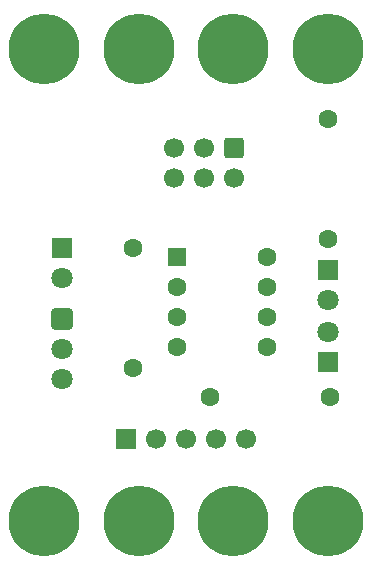
<source format=gbr>
%TF.GenerationSoftware,KiCad,Pcbnew,9.0.7*%
%TF.CreationDate,2026-01-25T12:57:44+01:00*%
%TF.ProjectId,DiyIrTower,44697949-7254-46f7-9765-722e6b696361,1.0*%
%TF.SameCoordinates,Original*%
%TF.FileFunction,Soldermask,Top*%
%TF.FilePolarity,Negative*%
%FSLAX46Y46*%
G04 Gerber Fmt 4.6, Leading zero omitted, Abs format (unit mm)*
G04 Created by KiCad (PCBNEW 9.0.7) date 2026-01-25 12:57:44*
%MOMM*%
%LPD*%
G01*
G04 APERTURE LIST*
G04 Aperture macros list*
%AMRoundRect*
0 Rectangle with rounded corners*
0 $1 Rounding radius*
0 $2 $3 $4 $5 $6 $7 $8 $9 X,Y pos of 4 corners*
0 Add a 4 corners polygon primitive as box body*
4,1,4,$2,$3,$4,$5,$6,$7,$8,$9,$2,$3,0*
0 Add four circle primitives for the rounded corners*
1,1,$1+$1,$2,$3*
1,1,$1+$1,$4,$5*
1,1,$1+$1,$6,$7*
1,1,$1+$1,$8,$9*
0 Add four rect primitives between the rounded corners*
20,1,$1+$1,$2,$3,$4,$5,0*
20,1,$1+$1,$4,$5,$6,$7,0*
20,1,$1+$1,$6,$7,$8,$9,0*
20,1,$1+$1,$8,$9,$2,$3,0*%
G04 Aperture macros list end*
%ADD10R,1.800000X1.800000*%
%ADD11C,1.800000*%
%ADD12C,6.000000*%
%ADD13R,1.700000X1.700000*%
%ADD14C,1.700000*%
%ADD15RoundRect,0.250000X-0.600000X0.600000X-0.600000X-0.600000X0.600000X-0.600000X0.600000X0.600000X0*%
%ADD16RoundRect,0.250000X-0.550000X-0.550000X0.550000X-0.550000X0.550000X0.550000X-0.550000X0.550000X0*%
%ADD17C,1.600000*%
%ADD18RoundRect,0.248400X-0.651600X0.651600X-0.651600X-0.651600X0.651600X-0.651600X0.651600X0.651600X0*%
G04 APERTURE END LIST*
D10*
%TO.C,D3*%
X117500000Y-122230000D03*
D11*
X117500000Y-124770000D03*
%TD*%
D12*
%TO.C,MH*%
X93500000Y-143500000D03*
X101500000Y-143500000D03*
X109500000Y-143500000D03*
X117500000Y-143500000D03*
%TD*%
D10*
%TO.C,D2*%
X95000000Y-120420000D03*
D11*
X95000000Y-122960000D03*
%TD*%
D12*
%TO.C,MH*%
X93500000Y-103500000D03*
X101500000Y-103500000D03*
X109500000Y-103500000D03*
X117500000Y-103500000D03*
%TD*%
D13*
%TO.C,J1*%
X100400000Y-136600000D03*
D14*
X102940000Y-136600000D03*
X105480000Y-136600000D03*
X108020000Y-136600000D03*
X110560000Y-136600000D03*
%TD*%
D15*
%TO.C,J2*%
X109540000Y-111960000D03*
D14*
X109540000Y-114500000D03*
X107000000Y-111960000D03*
X107000000Y-114500000D03*
X104460000Y-111960000D03*
X104460000Y-114500000D03*
%TD*%
D16*
%TO.C,U1*%
X104695000Y-121190000D03*
D17*
X104695000Y-123730000D03*
X104695000Y-126270000D03*
X104695000Y-128810000D03*
X112315000Y-128810000D03*
X112315000Y-126270000D03*
X112315000Y-123730000D03*
X112315000Y-121190000D03*
%TD*%
%TO.C,R1*%
X117660000Y-133000000D03*
X107500000Y-133000000D03*
%TD*%
D10*
%TO.C,D1*%
X117500000Y-130000000D03*
D11*
X117500000Y-127460000D03*
%TD*%
D17*
%TO.C,R2*%
X101000000Y-120420000D03*
X101000000Y-130580000D03*
%TD*%
D18*
%TO.C,U2*%
X95000000Y-126420000D03*
D11*
X95000000Y-128960000D03*
X95000000Y-131500000D03*
%TD*%
D17*
%TO.C,R3*%
X117500000Y-119660000D03*
X117500000Y-109500000D03*
%TD*%
M02*

</source>
